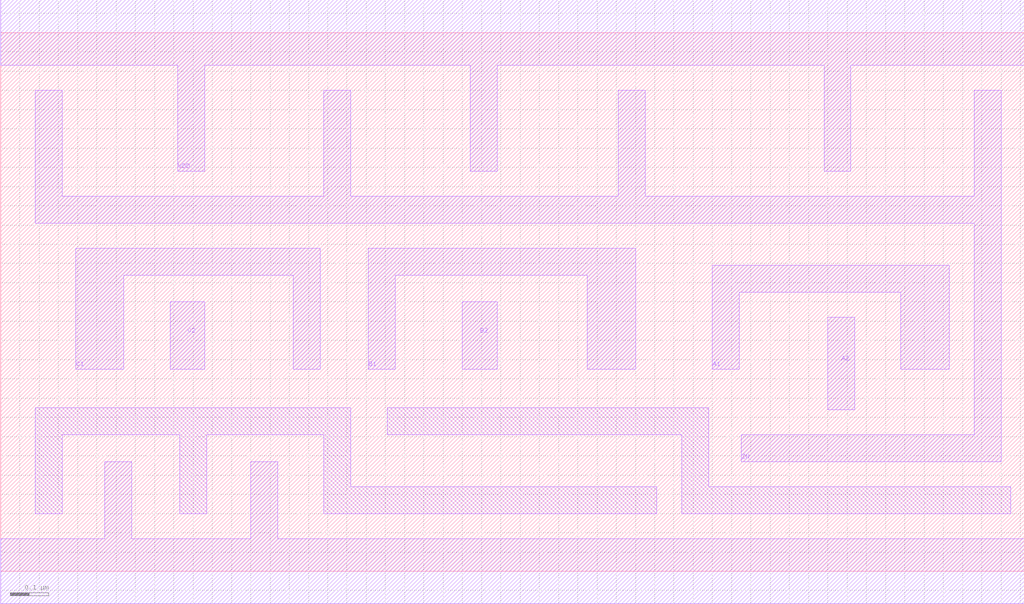
<source format=lef>
# 
# ******************************************************************************
# *                                                                            *
# *                   Copyright (C) 2004-2010, Nangate Inc.                    *
# *                           All rights reserved.                             *
# *                                                                            *
# * Nangate and the Nangate logo are trademarks of Nangate Inc.                *
# *                                                                            *
# * All trademarks, logos, software marks, and trade names (collectively the   *
# * "Marks") in this program are proprietary to Nangate or other respective    *
# * owners that have granted Nangate the right and license to use such Marks.  *
# * You are not permitted to use the Marks without the prior written consent   *
# * of Nangate or such third party that may own the Marks.                     *
# *                                                                            *
# * This file has been provided pursuant to a License Agreement containing     *
# * restrictions on its use. This file contains valuable trade secrets and     *
# * proprietary information of Nangate Inc., and is protected by U.S. and      *
# * international laws and/or treaties.                                        *
# *                                                                            *
# * The copyright notice(s) in this file does not indicate actual or intended  *
# * publication of this file.                                                  *
# *                                                                            *
# *     NGLibraryCreator, v2010.08-HR32-SP3-2010-08-05 - build 1009061800      *
# *                                                                            *
# ******************************************************************************
# 
# 
# Running on brazil06.nangate.com.br for user Giancarlo Franciscatto (gfr).
# Local time is now Fri, 3 Dec 2010, 19:32:18.
# Main process id is 27821.

VERSION 5.6 ;
BUSBITCHARS "[]" ;
DIVIDERCHAR "/" ;

MACRO OAI222_X2
  CLASS core ;
  FOREIGN OAI222_X2 0.0 0.0 ;
  ORIGIN 0 0 ;
  SYMMETRY X Y ;
  SITE FreePDK45_38x28_10R_NP_162NW_34O ;
  SIZE 2.66 BY 1.4 ;
  PIN A1
    DIRECTION INPUT ;
    ANTENNAPARTIALMETALAREA 0.08205 LAYER metal1 ;
    ANTENNAPARTIALMETALSIDEAREA 0.2821 LAYER metal1 ;
    ANTENNAGATEAREA 0.1045 ;
    PORT
      LAYER metal1 ;
        POLYGON 1.85 0.525 1.92 0.525 1.92 0.725 2.34 0.725 2.34 0.525 2.465 0.525 2.465 0.795 1.85 0.795  ;
    END
  END A1
  PIN A2
    DIRECTION INPUT ;
    ANTENNAPARTIALMETALAREA 0.0168 LAYER metal1 ;
    ANTENNAPARTIALMETALSIDEAREA 0.0806 LAYER metal1 ;
    ANTENNAGATEAREA 0.1045 ;
    PORT
      LAYER metal1 ;
        POLYGON 2.15 0.42 2.22 0.42 2.22 0.66 2.15 0.66  ;
    END
  END A2
  PIN B1
    DIRECTION INPUT ;
    ANTENNAPARTIALMETALAREA 0.096425 LAYER metal1 ;
    ANTENNAPARTIALMETALSIDEAREA 0.3263 LAYER metal1 ;
    ANTENNAGATEAREA 0.1045 ;
    PORT
      LAYER metal1 ;
        POLYGON 0.955 0.525 1.025 0.525 1.025 0.77 1.525 0.77 1.525 0.525 1.65 0.525 1.65 0.84 0.955 0.84  ;
    END
  END B1
  PIN B2
    DIRECTION INPUT ;
    ANTENNAPARTIALMETALAREA 0.01575 LAYER metal1 ;
    ANTENNAPARTIALMETALSIDEAREA 0.0689 LAYER metal1 ;
    ANTENNAGATEAREA 0.1045 ;
    PORT
      LAYER metal1 ;
        POLYGON 1.2 0.525 1.29 0.525 1.29 0.7 1.2 0.7  ;
    END
  END B2
  PIN C1
    DIRECTION INPUT ;
    ANTENNAPARTIALMETALAREA 0.092225 LAYER metal1 ;
    ANTENNAPARTIALMETALSIDEAREA 0.3107 LAYER metal1 ;
    ANTENNAGATEAREA 0.1045 ;
    PORT
      LAYER metal1 ;
        POLYGON 0.195 0.525 0.32 0.525 0.32 0.77 0.76 0.77 0.76 0.525 0.83 0.525 0.83 0.84 0.195 0.84  ;
    END
  END C1
  PIN C2
    DIRECTION INPUT ;
    ANTENNAPARTIALMETALAREA 0.01575 LAYER metal1 ;
    ANTENNAPARTIALMETALSIDEAREA 0.0689 LAYER metal1 ;
    ANTENNAGATEAREA 0.1045 ;
    PORT
      LAYER metal1 ;
        POLYGON 0.44 0.525 0.53 0.525 0.53 0.7 0.44 0.7  ;
    END
  END C2
  PIN ZN
    DIRECTION OUTPUT ;
    ANTENNAPARTIALMETALAREA 0.33845 LAYER metal1 ;
    ANTENNAPARTIALMETALSIDEAREA 1.2753 LAYER metal1 ;
    ANTENNADIFFAREA 0.52885 ;
    PORT
      LAYER metal1 ;
        POLYGON 0.09 0.905 2.53 0.905 2.53 0.355 1.925 0.355 1.925 0.285 2.6 0.285 2.6 1.25 2.53 1.25 2.53 0.975 1.675 0.975 1.675 1.25 1.605 1.25 1.605 0.975 0.91 0.975 0.91 1.25 0.84 1.25 0.84 0.975 0.16 0.975 0.16 1.25 0.09 1.25  ;
    END
  END ZN
  PIN VDD
    DIRECTION INOUT ;
    USE power ;
    SHAPE ABUTMENT ;
    PORT
      LAYER metal1 ;
        POLYGON 0 1.315 0.46 1.315 0.46 1.04 0.53 1.04 0.53 1.315 1.22 1.315 1.22 1.04 1.29 1.04 1.29 1.315 2.14 1.315 2.14 1.04 2.21 1.04 2.21 1.315 2.625 1.315 2.66 1.315 2.66 1.485 2.625 1.485 0 1.485  ;
    END
  END VDD
  PIN VSS
    DIRECTION INOUT ;
    USE ground ;
    SHAPE ABUTMENT ;
    PORT
      LAYER metal1 ;
        POLYGON 0 -0.085 2.66 -0.085 2.66 0.085 0.72 0.085 0.72 0.285 0.65 0.285 0.65 0.085 0.34 0.085 0.34 0.285 0.27 0.285 0.27 0.085 0 0.085  ;
    END
  END VSS
  OBS
      LAYER metal1 ;
        POLYGON 0.09 0.15 0.16 0.15 0.16 0.355 0.465 0.355 0.465 0.15 0.535 0.15 0.535 0.355 0.84 0.355 0.84 0.15 1.705 0.15 1.705 0.22 0.91 0.22 0.91 0.425 0.09 0.425  ;
        POLYGON 1.005 0.355 1.77 0.355 1.77 0.15 2.625 0.15 2.625 0.22 1.84 0.22 1.84 0.425 1.005 0.425  ;
  END
END OAI222_X2

END LIBRARY
#
# End of file
#

</source>
